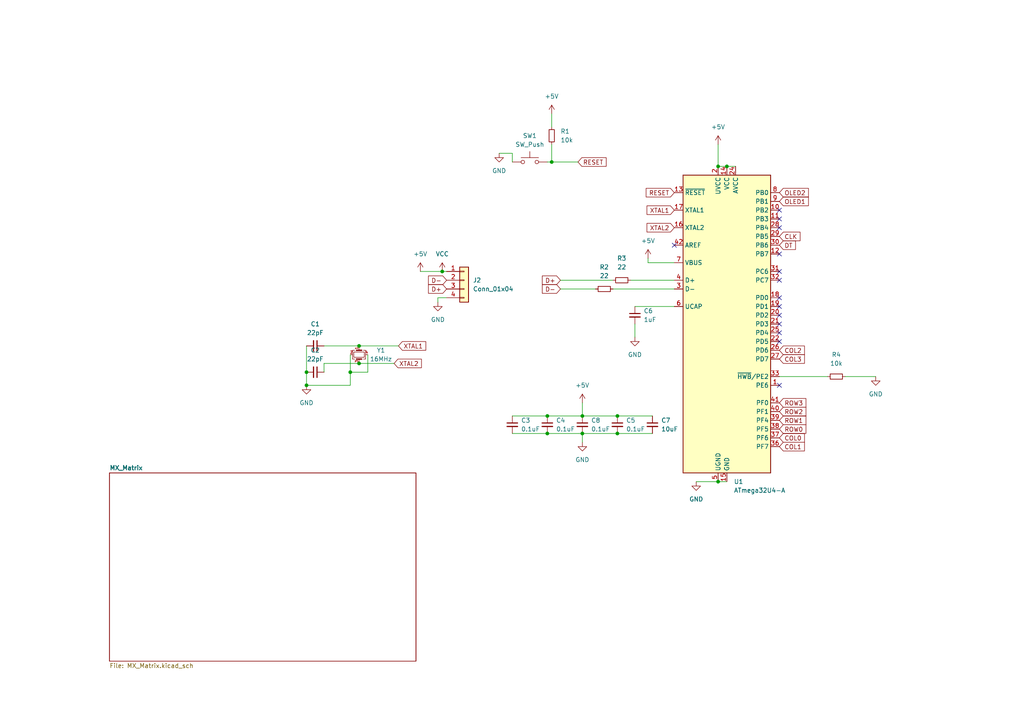
<source format=kicad_sch>
(kicad_sch (version 20211123) (generator eeschema)

  (uuid 1d83c2b6-d38f-43ee-a6b9-8fba5ec2bedb)

  (paper "A4")

  (title_block
    (title "Nug Macro V3")
    (rev "V3")
    (company "MIT License")
  )

  (lib_symbols
    (symbol "Connector_Generic:Conn_01x04" (pin_names (offset 1.016) hide) (in_bom yes) (on_board yes)
      (property "Reference" "J" (id 0) (at 0 5.08 0)
        (effects (font (size 1.27 1.27)))
      )
      (property "Value" "Conn_01x04" (id 1) (at 0 -7.62 0)
        (effects (font (size 1.27 1.27)))
      )
      (property "Footprint" "" (id 2) (at 0 0 0)
        (effects (font (size 1.27 1.27)) hide)
      )
      (property "Datasheet" "~" (id 3) (at 0 0 0)
        (effects (font (size 1.27 1.27)) hide)
      )
      (property "ki_keywords" "connector" (id 4) (at 0 0 0)
        (effects (font (size 1.27 1.27)) hide)
      )
      (property "ki_description" "Generic connector, single row, 01x04, script generated (kicad-library-utils/schlib/autogen/connector/)" (id 5) (at 0 0 0)
        (effects (font (size 1.27 1.27)) hide)
      )
      (property "ki_fp_filters" "Connector*:*_1x??_*" (id 6) (at 0 0 0)
        (effects (font (size 1.27 1.27)) hide)
      )
      (symbol "Conn_01x04_1_1"
        (rectangle (start -1.27 -4.953) (end 0 -5.207)
          (stroke (width 0.1524) (type default) (color 0 0 0 0))
          (fill (type none))
        )
        (rectangle (start -1.27 -2.413) (end 0 -2.667)
          (stroke (width 0.1524) (type default) (color 0 0 0 0))
          (fill (type none))
        )
        (rectangle (start -1.27 0.127) (end 0 -0.127)
          (stroke (width 0.1524) (type default) (color 0 0 0 0))
          (fill (type none))
        )
        (rectangle (start -1.27 2.667) (end 0 2.413)
          (stroke (width 0.1524) (type default) (color 0 0 0 0))
          (fill (type none))
        )
        (rectangle (start -1.27 3.81) (end 1.27 -6.35)
          (stroke (width 0.254) (type default) (color 0 0 0 0))
          (fill (type background))
        )
        (pin passive line (at -5.08 2.54 0) (length 3.81)
          (name "Pin_1" (effects (font (size 1.27 1.27))))
          (number "1" (effects (font (size 1.27 1.27))))
        )
        (pin passive line (at -5.08 0 0) (length 3.81)
          (name "Pin_2" (effects (font (size 1.27 1.27))))
          (number "2" (effects (font (size 1.27 1.27))))
        )
        (pin passive line (at -5.08 -2.54 0) (length 3.81)
          (name "Pin_3" (effects (font (size 1.27 1.27))))
          (number "3" (effects (font (size 1.27 1.27))))
        )
        (pin passive line (at -5.08 -5.08 0) (length 3.81)
          (name "Pin_4" (effects (font (size 1.27 1.27))))
          (number "4" (effects (font (size 1.27 1.27))))
        )
      )
    )
    (symbol "Device:C_Small" (pin_numbers hide) (pin_names (offset 0.254) hide) (in_bom yes) (on_board yes)
      (property "Reference" "C" (id 0) (at 0.254 1.778 0)
        (effects (font (size 1.27 1.27)) (justify left))
      )
      (property "Value" "C_Small" (id 1) (at 0.254 -2.032 0)
        (effects (font (size 1.27 1.27)) (justify left))
      )
      (property "Footprint" "" (id 2) (at 0 0 0)
        (effects (font (size 1.27 1.27)) hide)
      )
      (property "Datasheet" "~" (id 3) (at 0 0 0)
        (effects (font (size 1.27 1.27)) hide)
      )
      (property "ki_keywords" "capacitor cap" (id 4) (at 0 0 0)
        (effects (font (size 1.27 1.27)) hide)
      )
      (property "ki_description" "Unpolarized capacitor, small symbol" (id 5) (at 0 0 0)
        (effects (font (size 1.27 1.27)) hide)
      )
      (property "ki_fp_filters" "C_*" (id 6) (at 0 0 0)
        (effects (font (size 1.27 1.27)) hide)
      )
      (symbol "C_Small_0_1"
        (polyline
          (pts
            (xy -1.524 -0.508)
            (xy 1.524 -0.508)
          )
          (stroke (width 0.3302) (type default) (color 0 0 0 0))
          (fill (type none))
        )
        (polyline
          (pts
            (xy -1.524 0.508)
            (xy 1.524 0.508)
          )
          (stroke (width 0.3048) (type default) (color 0 0 0 0))
          (fill (type none))
        )
      )
      (symbol "C_Small_1_1"
        (pin passive line (at 0 2.54 270) (length 2.032)
          (name "~" (effects (font (size 1.27 1.27))))
          (number "1" (effects (font (size 1.27 1.27))))
        )
        (pin passive line (at 0 -2.54 90) (length 2.032)
          (name "~" (effects (font (size 1.27 1.27))))
          (number "2" (effects (font (size 1.27 1.27))))
        )
      )
    )
    (symbol "Device:Crystal_GND24_Small" (pin_names (offset 1.016) hide) (in_bom yes) (on_board yes)
      (property "Reference" "Y" (id 0) (at 1.27 4.445 0)
        (effects (font (size 1.27 1.27)) (justify left))
      )
      (property "Value" "Crystal_GND24_Small" (id 1) (at 1.27 2.54 0)
        (effects (font (size 1.27 1.27)) (justify left))
      )
      (property "Footprint" "" (id 2) (at 0 0 0)
        (effects (font (size 1.27 1.27)) hide)
      )
      (property "Datasheet" "~" (id 3) (at 0 0 0)
        (effects (font (size 1.27 1.27)) hide)
      )
      (property "ki_keywords" "quartz ceramic resonator oscillator" (id 4) (at 0 0 0)
        (effects (font (size 1.27 1.27)) hide)
      )
      (property "ki_description" "Four pin crystal, GND on pins 2 and 4, small symbol" (id 5) (at 0 0 0)
        (effects (font (size 1.27 1.27)) hide)
      )
      (property "ki_fp_filters" "Crystal*" (id 6) (at 0 0 0)
        (effects (font (size 1.27 1.27)) hide)
      )
      (symbol "Crystal_GND24_Small_0_1"
        (rectangle (start -0.762 -1.524) (end 0.762 1.524)
          (stroke (width 0) (type default) (color 0 0 0 0))
          (fill (type none))
        )
        (polyline
          (pts
            (xy -1.27 -0.762)
            (xy -1.27 0.762)
          )
          (stroke (width 0.381) (type default) (color 0 0 0 0))
          (fill (type none))
        )
        (polyline
          (pts
            (xy 1.27 -0.762)
            (xy 1.27 0.762)
          )
          (stroke (width 0.381) (type default) (color 0 0 0 0))
          (fill (type none))
        )
        (polyline
          (pts
            (xy -1.27 -1.27)
            (xy -1.27 -1.905)
            (xy 1.27 -1.905)
            (xy 1.27 -1.27)
          )
          (stroke (width 0) (type default) (color 0 0 0 0))
          (fill (type none))
        )
        (polyline
          (pts
            (xy -1.27 1.27)
            (xy -1.27 1.905)
            (xy 1.27 1.905)
            (xy 1.27 1.27)
          )
          (stroke (width 0) (type default) (color 0 0 0 0))
          (fill (type none))
        )
      )
      (symbol "Crystal_GND24_Small_1_1"
        (pin passive line (at -2.54 0 0) (length 1.27)
          (name "1" (effects (font (size 1.27 1.27))))
          (number "1" (effects (font (size 0.762 0.762))))
        )
        (pin passive line (at 0 -2.54 90) (length 0.635)
          (name "2" (effects (font (size 1.27 1.27))))
          (number "2" (effects (font (size 0.762 0.762))))
        )
        (pin passive line (at 2.54 0 180) (length 1.27)
          (name "3" (effects (font (size 1.27 1.27))))
          (number "3" (effects (font (size 0.762 0.762))))
        )
        (pin passive line (at 0 2.54 270) (length 0.635)
          (name "4" (effects (font (size 1.27 1.27))))
          (number "4" (effects (font (size 0.762 0.762))))
        )
      )
    )
    (symbol "Device:R_Small" (pin_numbers hide) (pin_names (offset 0.254) hide) (in_bom yes) (on_board yes)
      (property "Reference" "R" (id 0) (at 0.762 0.508 0)
        (effects (font (size 1.27 1.27)) (justify left))
      )
      (property "Value" "R_Small" (id 1) (at 0.762 -1.016 0)
        (effects (font (size 1.27 1.27)) (justify left))
      )
      (property "Footprint" "" (id 2) (at 0 0 0)
        (effects (font (size 1.27 1.27)) hide)
      )
      (property "Datasheet" "~" (id 3) (at 0 0 0)
        (effects (font (size 1.27 1.27)) hide)
      )
      (property "ki_keywords" "R resistor" (id 4) (at 0 0 0)
        (effects (font (size 1.27 1.27)) hide)
      )
      (property "ki_description" "Resistor, small symbol" (id 5) (at 0 0 0)
        (effects (font (size 1.27 1.27)) hide)
      )
      (property "ki_fp_filters" "R_*" (id 6) (at 0 0 0)
        (effects (font (size 1.27 1.27)) hide)
      )
      (symbol "R_Small_0_1"
        (rectangle (start -0.762 1.778) (end 0.762 -1.778)
          (stroke (width 0.2032) (type default) (color 0 0 0 0))
          (fill (type none))
        )
      )
      (symbol "R_Small_1_1"
        (pin passive line (at 0 2.54 270) (length 0.762)
          (name "~" (effects (font (size 1.27 1.27))))
          (number "1" (effects (font (size 1.27 1.27))))
        )
        (pin passive line (at 0 -2.54 90) (length 0.762)
          (name "~" (effects (font (size 1.27 1.27))))
          (number "2" (effects (font (size 1.27 1.27))))
        )
      )
    )
    (symbol "MCU_Microchip_ATmega:ATmega32U4-A" (in_bom yes) (on_board yes)
      (property "Reference" "U" (id 0) (at -12.7 44.45 0)
        (effects (font (size 1.27 1.27)) (justify left bottom))
      )
      (property "Value" "ATmega32U4-A" (id 1) (at 2.54 -44.45 0)
        (effects (font (size 1.27 1.27)) (justify left top))
      )
      (property "Footprint" "Package_QFP:TQFP-44_10x10mm_P0.8mm" (id 2) (at 0 0 0)
        (effects (font (size 1.27 1.27) italic) hide)
      )
      (property "Datasheet" "http://ww1.microchip.com/downloads/en/DeviceDoc/Atmel-7766-8-bit-AVR-ATmega16U4-32U4_Datasheet.pdf" (id 3) (at 0 0 0)
        (effects (font (size 1.27 1.27)) hide)
      )
      (property "ki_keywords" "AVR 8bit Microcontroller MegaAVR USB" (id 4) (at 0 0 0)
        (effects (font (size 1.27 1.27)) hide)
      )
      (property "ki_description" "16MHz, 32kB Flash, 2.5kB SRAM, 1kB EEPROM, USB 2.0, TQFP-44" (id 5) (at 0 0 0)
        (effects (font (size 1.27 1.27)) hide)
      )
      (property "ki_fp_filters" "TQFP*10x10mm*P0.8mm*" (id 6) (at 0 0 0)
        (effects (font (size 1.27 1.27)) hide)
      )
      (symbol "ATmega32U4-A_0_1"
        (rectangle (start -12.7 -43.18) (end 12.7 43.18)
          (stroke (width 0.254) (type default) (color 0 0 0 0))
          (fill (type background))
        )
      )
      (symbol "ATmega32U4-A_1_1"
        (pin bidirectional line (at 15.24 -17.78 180) (length 2.54)
          (name "PE6" (effects (font (size 1.27 1.27))))
          (number "1" (effects (font (size 1.27 1.27))))
        )
        (pin bidirectional line (at 15.24 33.02 180) (length 2.54)
          (name "PB2" (effects (font (size 1.27 1.27))))
          (number "10" (effects (font (size 1.27 1.27))))
        )
        (pin bidirectional line (at 15.24 30.48 180) (length 2.54)
          (name "PB3" (effects (font (size 1.27 1.27))))
          (number "11" (effects (font (size 1.27 1.27))))
        )
        (pin bidirectional line (at 15.24 20.32 180) (length 2.54)
          (name "PB7" (effects (font (size 1.27 1.27))))
          (number "12" (effects (font (size 1.27 1.27))))
        )
        (pin input line (at -15.24 38.1 0) (length 2.54)
          (name "~{RESET}" (effects (font (size 1.27 1.27))))
          (number "13" (effects (font (size 1.27 1.27))))
        )
        (pin power_in line (at 0 45.72 270) (length 2.54)
          (name "VCC" (effects (font (size 1.27 1.27))))
          (number "14" (effects (font (size 1.27 1.27))))
        )
        (pin power_in line (at 0 -45.72 90) (length 2.54)
          (name "GND" (effects (font (size 1.27 1.27))))
          (number "15" (effects (font (size 1.27 1.27))))
        )
        (pin output line (at -15.24 27.94 0) (length 2.54)
          (name "XTAL2" (effects (font (size 1.27 1.27))))
          (number "16" (effects (font (size 1.27 1.27))))
        )
        (pin input line (at -15.24 33.02 0) (length 2.54)
          (name "XTAL1" (effects (font (size 1.27 1.27))))
          (number "17" (effects (font (size 1.27 1.27))))
        )
        (pin bidirectional line (at 15.24 7.62 180) (length 2.54)
          (name "PD0" (effects (font (size 1.27 1.27))))
          (number "18" (effects (font (size 1.27 1.27))))
        )
        (pin bidirectional line (at 15.24 5.08 180) (length 2.54)
          (name "PD1" (effects (font (size 1.27 1.27))))
          (number "19" (effects (font (size 1.27 1.27))))
        )
        (pin power_in line (at -2.54 45.72 270) (length 2.54)
          (name "UVCC" (effects (font (size 1.27 1.27))))
          (number "2" (effects (font (size 1.27 1.27))))
        )
        (pin bidirectional line (at 15.24 2.54 180) (length 2.54)
          (name "PD2" (effects (font (size 1.27 1.27))))
          (number "20" (effects (font (size 1.27 1.27))))
        )
        (pin bidirectional line (at 15.24 0 180) (length 2.54)
          (name "PD3" (effects (font (size 1.27 1.27))))
          (number "21" (effects (font (size 1.27 1.27))))
        )
        (pin bidirectional line (at 15.24 -5.08 180) (length 2.54)
          (name "PD5" (effects (font (size 1.27 1.27))))
          (number "22" (effects (font (size 1.27 1.27))))
        )
        (pin passive line (at 0 -45.72 90) (length 2.54) hide
          (name "GND" (effects (font (size 1.27 1.27))))
          (number "23" (effects (font (size 1.27 1.27))))
        )
        (pin power_in line (at 2.54 45.72 270) (length 2.54)
          (name "AVCC" (effects (font (size 1.27 1.27))))
          (number "24" (effects (font (size 1.27 1.27))))
        )
        (pin bidirectional line (at 15.24 -2.54 180) (length 2.54)
          (name "PD4" (effects (font (size 1.27 1.27))))
          (number "25" (effects (font (size 1.27 1.27))))
        )
        (pin bidirectional line (at 15.24 -7.62 180) (length 2.54)
          (name "PD6" (effects (font (size 1.27 1.27))))
          (number "26" (effects (font (size 1.27 1.27))))
        )
        (pin bidirectional line (at 15.24 -10.16 180) (length 2.54)
          (name "PD7" (effects (font (size 1.27 1.27))))
          (number "27" (effects (font (size 1.27 1.27))))
        )
        (pin bidirectional line (at 15.24 27.94 180) (length 2.54)
          (name "PB4" (effects (font (size 1.27 1.27))))
          (number "28" (effects (font (size 1.27 1.27))))
        )
        (pin bidirectional line (at 15.24 25.4 180) (length 2.54)
          (name "PB5" (effects (font (size 1.27 1.27))))
          (number "29" (effects (font (size 1.27 1.27))))
        )
        (pin bidirectional line (at -15.24 10.16 0) (length 2.54)
          (name "D-" (effects (font (size 1.27 1.27))))
          (number "3" (effects (font (size 1.27 1.27))))
        )
        (pin bidirectional line (at 15.24 22.86 180) (length 2.54)
          (name "PB6" (effects (font (size 1.27 1.27))))
          (number "30" (effects (font (size 1.27 1.27))))
        )
        (pin bidirectional line (at 15.24 15.24 180) (length 2.54)
          (name "PC6" (effects (font (size 1.27 1.27))))
          (number "31" (effects (font (size 1.27 1.27))))
        )
        (pin bidirectional line (at 15.24 12.7 180) (length 2.54)
          (name "PC7" (effects (font (size 1.27 1.27))))
          (number "32" (effects (font (size 1.27 1.27))))
        )
        (pin bidirectional line (at 15.24 -15.24 180) (length 2.54)
          (name "~{HWB}/PE2" (effects (font (size 1.27 1.27))))
          (number "33" (effects (font (size 1.27 1.27))))
        )
        (pin passive line (at 0 45.72 270) (length 2.54) hide
          (name "VCC" (effects (font (size 1.27 1.27))))
          (number "34" (effects (font (size 1.27 1.27))))
        )
        (pin passive line (at 0 -45.72 90) (length 2.54) hide
          (name "GND" (effects (font (size 1.27 1.27))))
          (number "35" (effects (font (size 1.27 1.27))))
        )
        (pin bidirectional line (at 15.24 -35.56 180) (length 2.54)
          (name "PF7" (effects (font (size 1.27 1.27))))
          (number "36" (effects (font (size 1.27 1.27))))
        )
        (pin bidirectional line (at 15.24 -33.02 180) (length 2.54)
          (name "PF6" (effects (font (size 1.27 1.27))))
          (number "37" (effects (font (size 1.27 1.27))))
        )
        (pin bidirectional line (at 15.24 -30.48 180) (length 2.54)
          (name "PF5" (effects (font (size 1.27 1.27))))
          (number "38" (effects (font (size 1.27 1.27))))
        )
        (pin bidirectional line (at 15.24 -27.94 180) (length 2.54)
          (name "PF4" (effects (font (size 1.27 1.27))))
          (number "39" (effects (font (size 1.27 1.27))))
        )
        (pin bidirectional line (at -15.24 12.7 0) (length 2.54)
          (name "D+" (effects (font (size 1.27 1.27))))
          (number "4" (effects (font (size 1.27 1.27))))
        )
        (pin bidirectional line (at 15.24 -25.4 180) (length 2.54)
          (name "PF1" (effects (font (size 1.27 1.27))))
          (number "40" (effects (font (size 1.27 1.27))))
        )
        (pin bidirectional line (at 15.24 -22.86 180) (length 2.54)
          (name "PF0" (effects (font (size 1.27 1.27))))
          (number "41" (effects (font (size 1.27 1.27))))
        )
        (pin passive line (at -15.24 22.86 0) (length 2.54)
          (name "AREF" (effects (font (size 1.27 1.27))))
          (number "42" (effects (font (size 1.27 1.27))))
        )
        (pin passive line (at 0 -45.72 90) (length 2.54) hide
          (name "GND" (effects (font (size 1.27 1.27))))
          (number "43" (effects (font (size 1.27 1.27))))
        )
        (pin passive line (at 2.54 45.72 270) (length 2.54) hide
          (name "AVCC" (effects (font (size 1.27 1.27))))
          (number "44" (effects (font (size 1.27 1.27))))
        )
        (pin passive line (at -2.54 -45.72 90) (length 2.54)
          (name "UGND" (effects (font (size 1.27 1.27))))
          (number "5" (effects (font (size 1.27 1.27))))
        )
        (pin passive line (at -15.24 5.08 0) (length 2.54)
          (name "UCAP" (effects (font (size 1.27 1.27))))
          (number "6" (effects (font (size 1.27 1.27))))
        )
        (pin input line (at -15.24 17.78 0) (length 2.54)
          (name "VBUS" (effects (font (size 1.27 1.27))))
          (number "7" (effects (font (size 1.27 1.27))))
        )
        (pin bidirectional line (at 15.24 38.1 180) (length 2.54)
          (name "PB0" (effects (font (size 1.27 1.27))))
          (number "8" (effects (font (size 1.27 1.27))))
        )
        (pin bidirectional line (at 15.24 35.56 180) (length 2.54)
          (name "PB1" (effects (font (size 1.27 1.27))))
          (number "9" (effects (font (size 1.27 1.27))))
        )
      )
    )
    (symbol "Switch:SW_Push" (pin_numbers hide) (pin_names (offset 1.016) hide) (in_bom yes) (on_board yes)
      (property "Reference" "SW" (id 0) (at 1.27 2.54 0)
        (effects (font (size 1.27 1.27)) (justify left))
      )
      (property "Value" "SW_Push" (id 1) (at 0 -1.524 0)
        (effects (font (size 1.27 1.27)))
      )
      (property "Footprint" "" (id 2) (at 0 5.08 0)
        (effects (font (size 1.27 1.27)) hide)
      )
      (property "Datasheet" "~" (id 3) (at 0 5.08 0)
        (effects (font (size 1.27 1.27)) hide)
      )
      (property "ki_keywords" "switch normally-open pushbutton push-button" (id 4) (at 0 0 0)
        (effects (font (size 1.27 1.27)) hide)
      )
      (property "ki_description" "Push button switch, generic, two pins" (id 5) (at 0 0 0)
        (effects (font (size 1.27 1.27)) hide)
      )
      (symbol "SW_Push_0_1"
        (circle (center -2.032 0) (radius 0.508)
          (stroke (width 0) (type default) (color 0 0 0 0))
          (fill (type none))
        )
        (polyline
          (pts
            (xy 0 1.27)
            (xy 0 3.048)
          )
          (stroke (width 0) (type default) (color 0 0 0 0))
          (fill (type none))
        )
        (polyline
          (pts
            (xy 2.54 1.27)
            (xy -2.54 1.27)
          )
          (stroke (width 0) (type default) (color 0 0 0 0))
          (fill (type none))
        )
        (circle (center 2.032 0) (radius 0.508)
          (stroke (width 0) (type default) (color 0 0 0 0))
          (fill (type none))
        )
        (pin passive line (at -5.08 0 0) (length 2.54)
          (name "1" (effects (font (size 1.27 1.27))))
          (number "1" (effects (font (size 1.27 1.27))))
        )
        (pin passive line (at 5.08 0 180) (length 2.54)
          (name "2" (effects (font (size 1.27 1.27))))
          (number "2" (effects (font (size 1.27 1.27))))
        )
      )
    )
    (symbol "power:+5V" (power) (pin_names (offset 0)) (in_bom yes) (on_board yes)
      (property "Reference" "#PWR" (id 0) (at 0 -3.81 0)
        (effects (font (size 1.27 1.27)) hide)
      )
      (property "Value" "+5V" (id 1) (at 0 3.556 0)
        (effects (font (size 1.27 1.27)))
      )
      (property "Footprint" "" (id 2) (at 0 0 0)
        (effects (font (size 1.27 1.27)) hide)
      )
      (property "Datasheet" "" (id 3) (at 0 0 0)
        (effects (font (size 1.27 1.27)) hide)
      )
      (property "ki_keywords" "global power" (id 4) (at 0 0 0)
        (effects (font (size 1.27 1.27)) hide)
      )
      (property "ki_description" "Power symbol creates a global label with name \"+5V\"" (id 5) (at 0 0 0)
        (effects (font (size 1.27 1.27)) hide)
      )
      (symbol "+5V_0_1"
        (polyline
          (pts
            (xy -0.762 1.27)
            (xy 0 2.54)
          )
          (stroke (width 0) (type default) (color 0 0 0 0))
          (fill (type none))
        )
        (polyline
          (pts
            (xy 0 0)
            (xy 0 2.54)
          )
          (stroke (width 0) (type default) (color 0 0 0 0))
          (fill (type none))
        )
        (polyline
          (pts
            (xy 0 2.54)
            (xy 0.762 1.27)
          )
          (stroke (width 0) (type default) (color 0 0 0 0))
          (fill (type none))
        )
      )
      (symbol "+5V_1_1"
        (pin power_in line (at 0 0 90) (length 0) hide
          (name "+5V" (effects (font (size 1.27 1.27))))
          (number "1" (effects (font (size 1.27 1.27))))
        )
      )
    )
    (symbol "power:GND" (power) (pin_names (offset 0)) (in_bom yes) (on_board yes)
      (property "Reference" "#PWR" (id 0) (at 0 -6.35 0)
        (effects (font (size 1.27 1.27)) hide)
      )
      (property "Value" "GND" (id 1) (at 0 -3.81 0)
        (effects (font (size 1.27 1.27)))
      )
      (property "Footprint" "" (id 2) (at 0 0 0)
        (effects (font (size 1.27 1.27)) hide)
      )
      (property "Datasheet" "" (id 3) (at 0 0 0)
        (effects (font (size 1.27 1.27)) hide)
      )
      (property "ki_keywords" "global power" (id 4) (at 0 0 0)
        (effects (font (size 1.27 1.27)) hide)
      )
      (property "ki_description" "Power symbol creates a global label with name \"GND\" , ground" (id 5) (at 0 0 0)
        (effects (font (size 1.27 1.27)) hide)
      )
      (symbol "GND_0_1"
        (polyline
          (pts
            (xy 0 0)
            (xy 0 -1.27)
            (xy 1.27 -1.27)
            (xy 0 -2.54)
            (xy -1.27 -1.27)
            (xy 0 -1.27)
          )
          (stroke (width 0) (type default) (color 0 0 0 0))
          (fill (type none))
        )
      )
      (symbol "GND_1_1"
        (pin power_in line (at 0 0 270) (length 0) hide
          (name "GND" (effects (font (size 1.27 1.27))))
          (number "1" (effects (font (size 1.27 1.27))))
        )
      )
    )
    (symbol "power:VCC" (power) (pin_names (offset 0)) (in_bom yes) (on_board yes)
      (property "Reference" "#PWR" (id 0) (at 0 -3.81 0)
        (effects (font (size 1.27 1.27)) hide)
      )
      (property "Value" "VCC" (id 1) (at 0 3.81 0)
        (effects (font (size 1.27 1.27)))
      )
      (property "Footprint" "" (id 2) (at 0 0 0)
        (effects (font (size 1.27 1.27)) hide)
      )
      (property "Datasheet" "" (id 3) (at 0 0 0)
        (effects (font (size 1.27 1.27)) hide)
      )
      (property "ki_keywords" "global power" (id 4) (at 0 0 0)
        (effects (font (size 1.27 1.27)) hide)
      )
      (property "ki_description" "Power symbol creates a global label with name \"VCC\"" (id 5) (at 0 0 0)
        (effects (font (size 1.27 1.27)) hide)
      )
      (symbol "VCC_0_1"
        (polyline
          (pts
            (xy -0.762 1.27)
            (xy 0 2.54)
          )
          (stroke (width 0) (type default) (color 0 0 0 0))
          (fill (type none))
        )
        (polyline
          (pts
            (xy 0 0)
            (xy 0 2.54)
          )
          (stroke (width 0) (type default) (color 0 0 0 0))
          (fill (type none))
        )
        (polyline
          (pts
            (xy 0 2.54)
            (xy 0.762 1.27)
          )
          (stroke (width 0) (type default) (color 0 0 0 0))
          (fill (type none))
        )
      )
      (symbol "VCC_1_1"
        (pin power_in line (at 0 0 90) (length 0) hide
          (name "VCC" (effects (font (size 1.27 1.27))))
          (number "1" (effects (font (size 1.27 1.27))))
        )
      )
    )
  )

  (junction (at 88.9 111.76) (diameter 0) (color 0 0 0 0)
    (uuid 00312dbb-dfae-4889-a6ec-af90fc87e115)
  )
  (junction (at 160.02 46.99) (diameter 0) (color 0 0 0 0)
    (uuid 07f97558-7e92-4692-878e-1a5ceda62fb3)
  )
  (junction (at 88.9 107.95) (diameter 0) (color 0 0 0 0)
    (uuid 233d6b14-532f-4d72-8d44-da696abea70e)
  )
  (junction (at 101.6 107.95) (diameter 0) (color 0 0 0 0)
    (uuid 33a88db3-970e-4878-87d2-21e6f9b5046b)
  )
  (junction (at 104.14 100.33) (diameter 0) (color 0 0 0 0)
    (uuid 35c0ead2-4a8c-4249-a2f4-deb86cce5d13)
  )
  (junction (at 158.75 120.65) (diameter 0) (color 0 0 0 0)
    (uuid 4a0240c5-5d42-492a-90d9-a34ddc3b3021)
  )
  (junction (at 179.07 120.65) (diameter 0) (color 0 0 0 0)
    (uuid 61a77fb0-0ed2-40c9-b12d-139e95e95a92)
  )
  (junction (at 158.75 125.73) (diameter 0) (color 0 0 0 0)
    (uuid 67013d4f-f975-4850-9984-519bcccf51ac)
  )
  (junction (at 210.82 48.26) (diameter 0) (color 0 0 0 0)
    (uuid 6970ecec-d956-4d14-acd1-c2323a946a3f)
  )
  (junction (at 104.14 105.41) (diameter 0) (color 0 0 0 0)
    (uuid 6ddf94c7-fc77-4671-85c2-3fac9a8a063b)
  )
  (junction (at 128.27 78.74) (diameter 0) (color 0 0 0 0)
    (uuid 854f448f-3782-41a6-b5db-1ff8cd2f135f)
  )
  (junction (at 208.28 139.7) (diameter 0) (color 0 0 0 0)
    (uuid ac576406-5805-4527-8ad5-36cd09c0110c)
  )
  (junction (at 168.91 125.73) (diameter 0) (color 0 0 0 0)
    (uuid c2cc8848-882a-43fc-af57-29cb1dc0ebb6)
  )
  (junction (at 179.07 125.73) (diameter 0) (color 0 0 0 0)
    (uuid cdea1645-32c1-4b64-ba9d-3d4bbecc70a9)
  )
  (junction (at 208.28 48.26) (diameter 0) (color 0 0 0 0)
    (uuid e3ef24d7-f539-4a91-b41d-f8f1ac22a82c)
  )
  (junction (at 168.91 120.65) (diameter 0) (color 0 0 0 0)
    (uuid ea29c0a2-85c9-4808-9f83-faf4b46ff90d)
  )

  (no_connect (at 195.58 71.12) (uuid 05d5666c-87e2-4b71-8cbc-f7035a1851c5))
  (no_connect (at 226.06 88.9) (uuid 0d7933cf-b9a6-4fb2-b290-24ba86051839))
  (no_connect (at 226.06 86.36) (uuid 10e54fb4-ec7c-41d3-a1e9-9cc17acea877))
  (no_connect (at 226.06 111.76) (uuid 11938bc8-45bc-46fa-9ff0-4fa7d77b5297))
  (no_connect (at 226.06 60.96) (uuid 1fbf1416-8d7c-4e23-8690-061393af716d))
  (no_connect (at 226.06 96.52) (uuid 28c90e42-5878-4355-b06b-684b205421d5))
  (no_connect (at 226.06 81.28) (uuid 34b710b8-c468-4da8-bff7-4fd3914f70eb))
  (no_connect (at 226.06 73.66) (uuid 6f0d0eab-1094-4475-833b-681ac4d1e663))
  (no_connect (at 226.06 93.98) (uuid 93c332b9-c70c-4e28-a89f-1648c786e2db))
  (no_connect (at 226.06 91.44) (uuid a285ec9e-7a91-4be5-a5ca-830ddb3e9d36))
  (no_connect (at 226.06 99.06) (uuid a292c3ab-fc06-456f-958d-b45b409773a0))
  (no_connect (at 226.06 66.04) (uuid c73c8d18-aad4-4fe5-a3b9-dda624db227e))
  (no_connect (at 226.06 63.5) (uuid fc2d48a7-7568-4b43-a30c-33d85d70fa13))
  (no_connect (at 226.06 78.74) (uuid ff1e9f1d-328e-4170-a2d3-58197edf13c6))

  (wire (pts (xy 195.58 76.2) (xy 187.96 76.2))
    (stroke (width 0) (type default) (color 0 0 0 0))
    (uuid 0739ec9c-3191-4537-8c90-b62b5c24677c)
  )
  (wire (pts (xy 104.14 100.33) (xy 115.57 100.33))
    (stroke (width 0) (type default) (color 0 0 0 0))
    (uuid 0e596481-9a8e-45f6-bc24-cc66a96754b8)
  )
  (wire (pts (xy 162.56 81.28) (xy 177.8 81.28))
    (stroke (width 0) (type default) (color 0 0 0 0))
    (uuid 17358945-cd7d-4319-a0cd-c877ffb96edc)
  )
  (wire (pts (xy 201.93 139.7) (xy 208.28 139.7))
    (stroke (width 0) (type default) (color 0 0 0 0))
    (uuid 1931db6f-d756-4563-a373-a7b2fac58766)
  )
  (wire (pts (xy 101.6 111.76) (xy 101.6 107.95))
    (stroke (width 0) (type default) (color 0 0 0 0))
    (uuid 19e72132-2f8f-4a86-bd29-d766baefda59)
  )
  (wire (pts (xy 168.91 125.73) (xy 179.07 125.73))
    (stroke (width 0) (type default) (color 0 0 0 0))
    (uuid 1f6fc216-7edf-4066-aa99-1b22ecfe784f)
  )
  (wire (pts (xy 88.9 107.95) (xy 88.9 111.76))
    (stroke (width 0) (type default) (color 0 0 0 0))
    (uuid 30128bc4-79e4-4aed-80e2-6d143d994adb)
  )
  (wire (pts (xy 160.02 33.02) (xy 160.02 36.83))
    (stroke (width 0) (type default) (color 0 0 0 0))
    (uuid 37458906-a162-4bf8-8dec-a93da9c2dc19)
  )
  (wire (pts (xy 187.96 76.2) (xy 187.96 74.93))
    (stroke (width 0) (type default) (color 0 0 0 0))
    (uuid 3a372e4e-95ef-4ea5-998f-becbc67d66ae)
  )
  (wire (pts (xy 104.14 105.41) (xy 114.3 105.41))
    (stroke (width 0) (type default) (color 0 0 0 0))
    (uuid 4325b71f-a460-4d38-8f63-799109e592a0)
  )
  (wire (pts (xy 121.92 78.74) (xy 128.27 78.74))
    (stroke (width 0) (type default) (color 0 0 0 0))
    (uuid 43e786d6-cd4b-4318-974e-e65d3a884acd)
  )
  (wire (pts (xy 184.15 93.98) (xy 184.15 97.79))
    (stroke (width 0) (type default) (color 0 0 0 0))
    (uuid 4933118f-b936-4610-91b9-6f56b483afff)
  )
  (wire (pts (xy 208.28 139.7) (xy 210.82 139.7))
    (stroke (width 0) (type default) (color 0 0 0 0))
    (uuid 4c7dae09-7541-4c76-8367-f299d02a5607)
  )
  (wire (pts (xy 129.54 86.36) (xy 127 86.36))
    (stroke (width 0) (type default) (color 0 0 0 0))
    (uuid 4eafcb51-b660-4267-8566-08f0fb62a20d)
  )
  (wire (pts (xy 208.28 41.91) (xy 208.28 48.26))
    (stroke (width 0) (type default) (color 0 0 0 0))
    (uuid 54998035-56d8-421e-8cf2-c816df453639)
  )
  (wire (pts (xy 128.27 78.74) (xy 129.54 78.74))
    (stroke (width 0) (type default) (color 0 0 0 0))
    (uuid 58ec166b-1bcd-4030-b931-943236b77090)
  )
  (wire (pts (xy 177.8 83.82) (xy 195.58 83.82))
    (stroke (width 0) (type default) (color 0 0 0 0))
    (uuid 5b9c2173-2530-454c-8586-1844079ee6c2)
  )
  (wire (pts (xy 160.02 46.99) (xy 167.64 46.99))
    (stroke (width 0) (type default) (color 0 0 0 0))
    (uuid 5cb090d6-11dc-4930-b166-ece3253ce2c0)
  )
  (wire (pts (xy 93.98 105.41) (xy 93.98 107.95))
    (stroke (width 0) (type default) (color 0 0 0 0))
    (uuid 620d0cf6-77f2-4861-b367-7abf1d877cd7)
  )
  (wire (pts (xy 148.59 46.99) (xy 148.59 44.45))
    (stroke (width 0) (type default) (color 0 0 0 0))
    (uuid 73956c9a-cfd1-4c43-a86e-ffc23318de0d)
  )
  (wire (pts (xy 210.82 48.26) (xy 213.36 48.26))
    (stroke (width 0) (type default) (color 0 0 0 0))
    (uuid 756f7d23-f0f6-482c-b1db-bb0a927829a6)
  )
  (wire (pts (xy 182.88 81.28) (xy 195.58 81.28))
    (stroke (width 0) (type default) (color 0 0 0 0))
    (uuid 75e699b0-fc26-40cb-963c-a0ba55179468)
  )
  (wire (pts (xy 179.07 125.73) (xy 189.23 125.73))
    (stroke (width 0) (type default) (color 0 0 0 0))
    (uuid 7725395a-a56d-4cdc-ace3-3e94b8f44c15)
  )
  (wire (pts (xy 168.91 120.65) (xy 179.07 120.65))
    (stroke (width 0) (type default) (color 0 0 0 0))
    (uuid 7e062853-5732-48b0-a860-2be3d17f8a8a)
  )
  (wire (pts (xy 168.91 125.73) (xy 168.91 128.27))
    (stroke (width 0) (type default) (color 0 0 0 0))
    (uuid 7fe994c2-aa95-440f-b8d5-4739419df3d3)
  )
  (wire (pts (xy 101.6 107.95) (xy 101.6 102.87))
    (stroke (width 0) (type default) (color 0 0 0 0))
    (uuid 844d0cb3-1ad3-4ffe-bd96-ffa0734b2e92)
  )
  (wire (pts (xy 158.75 120.65) (xy 168.91 120.65))
    (stroke (width 0) (type default) (color 0 0 0 0))
    (uuid 882a1246-27ca-4632-befb-7dde9384f1df)
  )
  (wire (pts (xy 148.59 44.45) (xy 144.78 44.45))
    (stroke (width 0) (type default) (color 0 0 0 0))
    (uuid 8f7aba99-6b67-48db-9059-95a5e99edd6c)
  )
  (wire (pts (xy 226.06 109.22) (xy 240.03 109.22))
    (stroke (width 0) (type default) (color 0 0 0 0))
    (uuid 940e54be-b102-442b-a54a-0522d634394c)
  )
  (wire (pts (xy 184.15 88.9) (xy 195.58 88.9))
    (stroke (width 0) (type default) (color 0 0 0 0))
    (uuid 9420ebbe-c7f4-418d-ae13-33b7b1adee94)
  )
  (wire (pts (xy 88.9 111.76) (xy 101.6 111.76))
    (stroke (width 0) (type default) (color 0 0 0 0))
    (uuid 96930cdc-9ed1-4886-974b-abdc738aabc7)
  )
  (wire (pts (xy 104.14 105.41) (xy 93.98 105.41))
    (stroke (width 0) (type default) (color 0 0 0 0))
    (uuid ac560526-fb64-414f-8bb0-5830fe25aca1)
  )
  (wire (pts (xy 148.59 120.65) (xy 158.75 120.65))
    (stroke (width 0) (type default) (color 0 0 0 0))
    (uuid ae25e3c3-0ea3-4305-b135-eff58572162c)
  )
  (wire (pts (xy 172.72 83.82) (xy 162.56 83.82))
    (stroke (width 0) (type default) (color 0 0 0 0))
    (uuid b6b5082d-6768-4175-b686-5303bc3a2d90)
  )
  (wire (pts (xy 179.07 120.65) (xy 189.23 120.65))
    (stroke (width 0) (type default) (color 0 0 0 0))
    (uuid bd3d0385-6193-41dd-92e8-6995fac2ef51)
  )
  (wire (pts (xy 104.14 100.33) (xy 93.98 100.33))
    (stroke (width 0) (type default) (color 0 0 0 0))
    (uuid c47e154f-8205-4806-84ed-419d90746b7c)
  )
  (wire (pts (xy 106.68 107.95) (xy 101.6 107.95))
    (stroke (width 0) (type default) (color 0 0 0 0))
    (uuid c73b9f8f-c949-45e0-9de7-8ae130d65be8)
  )
  (wire (pts (xy 106.68 102.87) (xy 106.68 107.95))
    (stroke (width 0) (type default) (color 0 0 0 0))
    (uuid c9cf365e-a769-4e75-b9da-58f2763e512f)
  )
  (wire (pts (xy 148.59 125.73) (xy 158.75 125.73))
    (stroke (width 0) (type default) (color 0 0 0 0))
    (uuid d17a51cf-2f85-4007-88b3-21fc87c85cee)
  )
  (wire (pts (xy 158.75 125.73) (xy 168.91 125.73))
    (stroke (width 0) (type default) (color 0 0 0 0))
    (uuid d785cb4a-016f-4f88-bd02-0c452121e65a)
  )
  (wire (pts (xy 168.91 116.84) (xy 168.91 120.65))
    (stroke (width 0) (type default) (color 0 0 0 0))
    (uuid dc2ef341-36f6-4d8e-bac2-3ac59871f70d)
  )
  (wire (pts (xy 160.02 41.91) (xy 160.02 46.99))
    (stroke (width 0) (type default) (color 0 0 0 0))
    (uuid e62f7078-0c58-48ef-9eac-63a45eee1f2c)
  )
  (wire (pts (xy 88.9 100.33) (xy 88.9 107.95))
    (stroke (width 0) (type default) (color 0 0 0 0))
    (uuid e6c5cc66-a358-4b3c-8ae4-e823fc9fd925)
  )
  (wire (pts (xy 158.75 46.99) (xy 160.02 46.99))
    (stroke (width 0) (type default) (color 0 0 0 0))
    (uuid ebbdb24e-c0d8-4fd2-9318-871e46cf80b6)
  )
  (wire (pts (xy 245.11 109.22) (xy 254 109.22))
    (stroke (width 0) (type default) (color 0 0 0 0))
    (uuid ed468a06-df29-43ab-80b3-ce0921d9bd26)
  )
  (wire (pts (xy 127 86.36) (xy 127 87.63))
    (stroke (width 0) (type default) (color 0 0 0 0))
    (uuid edac22aa-4965-4deb-a39a-5776f919c6dd)
  )
  (wire (pts (xy 208.28 48.26) (xy 210.82 48.26))
    (stroke (width 0) (type default) (color 0 0 0 0))
    (uuid f08b2b48-08d5-445d-8a48-6d66d5339bf0)
  )

  (global_label "D-" (shape input) (at 162.56 83.82 180) (fields_autoplaced)
    (effects (font (size 1.27 1.27)) (justify right))
    (uuid 0a99faac-31cd-44cb-bbad-6e3868ecd5e9)
    (property "Intersheet References" "${INTERSHEET_REFS}" (id 0) (at 157.3045 83.7406 0)
      (effects (font (size 1.27 1.27)) (justify right) hide)
    )
  )
  (global_label "ROW3" (shape input) (at 226.06 116.84 0) (fields_autoplaced)
    (effects (font (size 1.27 1.27)) (justify left))
    (uuid 0d2e34a6-6f57-47b7-b1a7-3d6e9c474596)
    (property "Intersheet References" "${INTERSHEET_REFS}" (id 0) (at 233.7345 116.7606 0)
      (effects (font (size 1.27 1.27)) (justify left) hide)
    )
  )
  (global_label "DT" (shape input) (at 226.06 71.12 0) (fields_autoplaced)
    (effects (font (size 1.27 1.27)) (justify left))
    (uuid 1546237a-c136-45be-9cae-58434098a4ac)
    (property "Intersheet References" "${INTERSHEET_REFS}" (id 0) (at 230.7107 71.0406 0)
      (effects (font (size 1.27 1.27)) (justify left) hide)
    )
  )
  (global_label "D+" (shape input) (at 162.56 81.28 180) (fields_autoplaced)
    (effects (font (size 1.27 1.27)) (justify right))
    (uuid 2b6397a0-f9a1-44bf-bf83-9303c86bad7a)
    (property "Intersheet References" "${INTERSHEET_REFS}" (id 0) (at 157.3045 81.2006 0)
      (effects (font (size 1.27 1.27)) (justify right) hide)
    )
  )
  (global_label "ROW0" (shape input) (at 226.06 124.46 0) (fields_autoplaced)
    (effects (font (size 1.27 1.27)) (justify left))
    (uuid 4ba6fc96-f199-410e-818c-0b17aac33412)
    (property "Intersheet References" "${INTERSHEET_REFS}" (id 0) (at 233.7345 124.3806 0)
      (effects (font (size 1.27 1.27)) (justify left) hide)
    )
  )
  (global_label "RESET" (shape input) (at 195.58 55.88 180) (fields_autoplaced)
    (effects (font (size 1.27 1.27)) (justify right))
    (uuid 52b7cf05-979c-493c-9063-71b9dbe735d0)
    (property "Intersheet References" "${INTERSHEET_REFS}" (id 0) (at 187.4217 55.8006 0)
      (effects (font (size 1.27 1.27)) (justify right) hide)
    )
  )
  (global_label "XTAL2" (shape input) (at 114.3 105.41 0) (fields_autoplaced)
    (effects (font (size 1.27 1.27)) (justify left))
    (uuid 63978bd6-99bd-46e5-a35f-529b5107ebe2)
    (property "Intersheet References" "${INTERSHEET_REFS}" (id 0) (at 122.2164 105.3306 0)
      (effects (font (size 1.27 1.27)) (justify left) hide)
    )
  )
  (global_label "COL0" (shape input) (at 226.06 127 0) (fields_autoplaced)
    (effects (font (size 1.27 1.27)) (justify left))
    (uuid 73a4f2f3-31e3-4073-b2db-3e94501539b8)
    (property "Intersheet References" "${INTERSHEET_REFS}" (id 0) (at 233.3112 126.9206 0)
      (effects (font (size 1.27 1.27)) (justify left) hide)
    )
  )
  (global_label "D-" (shape input) (at 129.54 81.28 180) (fields_autoplaced)
    (effects (font (size 1.27 1.27)) (justify right))
    (uuid 846d84df-f71d-47de-a95b-7d38cd1cd9a5)
    (property "Intersheet References" "${INTERSHEET_REFS}" (id 0) (at 124.2845 81.2006 0)
      (effects (font (size 1.27 1.27)) (justify right) hide)
    )
  )
  (global_label "COL2" (shape input) (at 226.06 101.6 0) (fields_autoplaced)
    (effects (font (size 1.27 1.27)) (justify left))
    (uuid 9d046790-0842-4171-aff6-9e07b40a7d5b)
    (property "Intersheet References" "${INTERSHEET_REFS}" (id 0) (at 233.3112 101.5206 0)
      (effects (font (size 1.27 1.27)) (justify left) hide)
    )
  )
  (global_label "COL3" (shape input) (at 226.06 104.14 0) (fields_autoplaced)
    (effects (font (size 1.27 1.27)) (justify left))
    (uuid 9de6bc64-f6da-4452-b52f-c8490332ec5d)
    (property "Intersheet References" "${INTERSHEET_REFS}" (id 0) (at 233.3112 104.0606 0)
      (effects (font (size 1.27 1.27)) (justify left) hide)
    )
  )
  (global_label "OLED2" (shape input) (at 226.06 55.88 0) (fields_autoplaced)
    (effects (font (size 1.27 1.27)) (justify left))
    (uuid acd6a4c3-e804-4f95-bcd3-4ab5d6b836c7)
    (property "Intersheet References" "${INTERSHEET_REFS}" (id 0) (at 234.4602 55.8006 0)
      (effects (font (size 1.27 1.27)) (justify left) hide)
    )
  )
  (global_label "XTAL1" (shape input) (at 115.57 100.33 0) (fields_autoplaced)
    (effects (font (size 1.27 1.27)) (justify left))
    (uuid af4c9a1e-ad44-4ba6-b52e-902aa1a341b5)
    (property "Intersheet References" "${INTERSHEET_REFS}" (id 0) (at 123.4864 100.2506 0)
      (effects (font (size 1.27 1.27)) (justify left) hide)
    )
  )
  (global_label "ROW1" (shape input) (at 226.06 121.92 0) (fields_autoplaced)
    (effects (font (size 1.27 1.27)) (justify left))
    (uuid bcc11188-0fea-4506-9081-24e4ab8e81b8)
    (property "Intersheet References" "${INTERSHEET_REFS}" (id 0) (at 233.7345 121.8406 0)
      (effects (font (size 1.27 1.27)) (justify left) hide)
    )
  )
  (global_label "XTAL1" (shape input) (at 195.58 60.96 180) (fields_autoplaced)
    (effects (font (size 1.27 1.27)) (justify right))
    (uuid cd7088ba-57da-45cc-a1d0-f8861298dca1)
    (property "Intersheet References" "${INTERSHEET_REFS}" (id 0) (at 187.6636 60.8806 0)
      (effects (font (size 1.27 1.27)) (justify right) hide)
    )
  )
  (global_label "COL1" (shape input) (at 226.06 129.54 0) (fields_autoplaced)
    (effects (font (size 1.27 1.27)) (justify left))
    (uuid d5eff391-648d-451f-9519-d792b918a1fe)
    (property "Intersheet References" "${INTERSHEET_REFS}" (id 0) (at 233.3112 129.4606 0)
      (effects (font (size 1.27 1.27)) (justify left) hide)
    )
  )
  (global_label "CLK" (shape input) (at 226.06 68.58 0) (fields_autoplaced)
    (effects (font (size 1.27 1.27)) (justify left))
    (uuid e46106bc-2666-4d11-8445-288b9665c5c0)
    (property "Intersheet References" "${INTERSHEET_REFS}" (id 0) (at 232.0412 68.5006 0)
      (effects (font (size 1.27 1.27)) (justify left) hide)
    )
  )
  (global_label "ROW2" (shape input) (at 226.06 119.38 0) (fields_autoplaced)
    (effects (font (size 1.27 1.27)) (justify left))
    (uuid e66e29f1-eb76-4764-9682-a0b1d8266884)
    (property "Intersheet References" "${INTERSHEET_REFS}" (id 0) (at 233.7345 119.3006 0)
      (effects (font (size 1.27 1.27)) (justify left) hide)
    )
  )
  (global_label "RESET" (shape input) (at 167.64 46.99 0) (fields_autoplaced)
    (effects (font (size 1.27 1.27)) (justify left))
    (uuid ec67f517-5252-4a59-966e-7cedc7b6c96c)
    (property "Intersheet References" "${INTERSHEET_REFS}" (id 0) (at 175.7983 46.9106 0)
      (effects (font (size 1.27 1.27)) (justify left) hide)
    )
  )
  (global_label "XTAL2" (shape input) (at 195.58 66.04 180) (fields_autoplaced)
    (effects (font (size 1.27 1.27)) (justify right))
    (uuid f22962a5-b5a8-4bd5-b223-393b0fc63812)
    (property "Intersheet References" "${INTERSHEET_REFS}" (id 0) (at 187.6636 65.9606 0)
      (effects (font (size 1.27 1.27)) (justify right) hide)
    )
  )
  (global_label "OLED1" (shape input) (at 226.06 58.42 0) (fields_autoplaced)
    (effects (font (size 1.27 1.27)) (justify left))
    (uuid fb0f2269-6b42-4831-8272-6ea23037efed)
    (property "Intersheet References" "${INTERSHEET_REFS}" (id 0) (at 234.4602 58.3406 0)
      (effects (font (size 1.27 1.27)) (justify left) hide)
    )
  )
  (global_label "D+" (shape input) (at 129.54 83.82 180) (fields_autoplaced)
    (effects (font (size 1.27 1.27)) (justify right))
    (uuid fd8ea83a-721a-40b1-83c6-29632980e1a1)
    (property "Intersheet References" "${INTERSHEET_REFS}" (id 0) (at 124.2845 83.7406 0)
      (effects (font (size 1.27 1.27)) (justify right) hide)
    )
  )

  (symbol (lib_id "Connector_Generic:Conn_01x04") (at 134.62 81.28 0) (unit 1)
    (in_bom yes) (on_board yes) (fields_autoplaced)
    (uuid 000c8317-96e0-4563-8e9d-728bb31873d2)
    (property "Reference" "J2" (id 0) (at 137.16 81.2799 0)
      (effects (font (size 1.27 1.27)) (justify left))
    )
    (property "Value" "Conn_01x04" (id 1) (at 137.16 83.8199 0)
      (effects (font (size 1.27 1.27)) (justify left))
    )
    (property "Footprint" "random-keyboard-parts:JST-SR-4" (id 2) (at 134.62 81.28 0)
      (effects (font (size 1.27 1.27)) hide)
    )
    (property "Datasheet" "~" (id 3) (at 134.62 81.28 0)
      (effects (font (size 1.27 1.27)) hide)
    )
    (pin "1" (uuid 88b14414-e971-4f16-84b9-4b49c713f028))
    (pin "2" (uuid bd16e985-d49c-41c0-99de-b0a0606db53a))
    (pin "3" (uuid 1b8110ee-4cf4-46df-9770-7497fea2f7e7))
    (pin "4" (uuid 7ac7b3b7-8674-4bea-8c0a-67350d405197))
  )

  (symbol (lib_id "power:+5V") (at 121.92 78.74 0) (unit 1)
    (in_bom yes) (on_board yes) (fields_autoplaced)
    (uuid 12b4aeb8-f4a3-441c-bc88-137ac5f4df9c)
    (property "Reference" "#PWR0106" (id 0) (at 121.92 82.55 0)
      (effects (font (size 1.27 1.27)) hide)
    )
    (property "Value" "+5V" (id 1) (at 121.92 73.66 0))
    (property "Footprint" "" (id 2) (at 121.92 78.74 0)
      (effects (font (size 1.27 1.27)) hide)
    )
    (property "Datasheet" "" (id 3) (at 121.92 78.74 0)
      (effects (font (size 1.27 1.27)) hide)
    )
    (pin "1" (uuid d2d48f10-238b-4e5e-aea3-9dd8b863c662))
  )

  (symbol (lib_id "power:+5V") (at 208.28 41.91 0) (unit 1)
    (in_bom yes) (on_board yes) (fields_autoplaced)
    (uuid 1cf6b487-2822-4c73-b58e-83b60107c840)
    (property "Reference" "#PWR0113" (id 0) (at 208.28 45.72 0)
      (effects (font (size 1.27 1.27)) hide)
    )
    (property "Value" "+5V" (id 1) (at 208.28 36.83 0))
    (property "Footprint" "" (id 2) (at 208.28 41.91 0)
      (effects (font (size 1.27 1.27)) hide)
    )
    (property "Datasheet" "" (id 3) (at 208.28 41.91 0)
      (effects (font (size 1.27 1.27)) hide)
    )
    (pin "1" (uuid 95ebd70f-bb76-401d-9ad3-d065faaad9be))
  )

  (symbol (lib_id "power:GND") (at 201.93 139.7 0) (unit 1)
    (in_bom yes) (on_board yes) (fields_autoplaced)
    (uuid 309d3fc6-24a2-4977-9449-4317eec833cd)
    (property "Reference" "#PWR0115" (id 0) (at 201.93 146.05 0)
      (effects (font (size 1.27 1.27)) hide)
    )
    (property "Value" "GND" (id 1) (at 201.93 144.78 0))
    (property "Footprint" "" (id 2) (at 201.93 139.7 0)
      (effects (font (size 1.27 1.27)) hide)
    )
    (property "Datasheet" "" (id 3) (at 201.93 139.7 0)
      (effects (font (size 1.27 1.27)) hide)
    )
    (pin "1" (uuid 90042aa7-55e4-4c45-8da1-44e18cfb720a))
  )

  (symbol (lib_id "power:GND") (at 88.9 111.76 0) (unit 1)
    (in_bom yes) (on_board yes) (fields_autoplaced)
    (uuid 374c0e2a-2558-48b0-9f03-dc24c59521a6)
    (property "Reference" "#PWR0110" (id 0) (at 88.9 118.11 0)
      (effects (font (size 1.27 1.27)) hide)
    )
    (property "Value" "GND" (id 1) (at 88.9 116.84 0))
    (property "Footprint" "" (id 2) (at 88.9 111.76 0)
      (effects (font (size 1.27 1.27)) hide)
    )
    (property "Datasheet" "" (id 3) (at 88.9 111.76 0)
      (effects (font (size 1.27 1.27)) hide)
    )
    (pin "1" (uuid c421ae30-873b-4697-a0b5-be13c376e3b9))
  )

  (symbol (lib_id "Device:C_Small") (at 184.15 91.44 0) (unit 1)
    (in_bom yes) (on_board yes) (fields_autoplaced)
    (uuid 3e8e30b6-93cb-4fe6-8df3-574e16f5db21)
    (property "Reference" "C6" (id 0) (at 186.69 90.1762 0)
      (effects (font (size 1.27 1.27)) (justify left))
    )
    (property "Value" "1uF" (id 1) (at 186.69 92.7162 0)
      (effects (font (size 1.27 1.27)) (justify left))
    )
    (property "Footprint" "Capacitor_SMD:C_0805_2012Metric" (id 2) (at 184.15 91.44 0)
      (effects (font (size 1.27 1.27)) hide)
    )
    (property "Datasheet" "~" (id 3) (at 184.15 91.44 0)
      (effects (font (size 1.27 1.27)) hide)
    )
    (pin "1" (uuid ee3c3927-e14c-40bd-baf5-af7792fb5b36))
    (pin "2" (uuid a2ba78c6-cbff-41c0-bd44-0e139e0f575d))
  )

  (symbol (lib_id "Device:R_Small") (at 242.57 109.22 270) (unit 1)
    (in_bom yes) (on_board yes) (fields_autoplaced)
    (uuid 4ca06591-1cd5-439b-bf8b-2a0c92e44b1f)
    (property "Reference" "R4" (id 0) (at 242.57 102.87 90))
    (property "Value" "10k" (id 1) (at 242.57 105.41 90))
    (property "Footprint" "Resistor_SMD:R_0805_2012Metric" (id 2) (at 242.57 109.22 0)
      (effects (font (size 1.27 1.27)) hide)
    )
    (property "Datasheet" "~" (id 3) (at 242.57 109.22 0)
      (effects (font (size 1.27 1.27)) hide)
    )
    (pin "1" (uuid 8f460198-5a57-4424-9171-a223013175c9))
    (pin "2" (uuid 19432558-d054-4015-b91c-38a4a95bcc90))
  )

  (symbol (lib_id "power:+5V") (at 187.96 74.93 0) (unit 1)
    (in_bom yes) (on_board yes) (fields_autoplaced)
    (uuid 50440951-999c-477d-9d68-ce1bffd82d57)
    (property "Reference" "#PWR0112" (id 0) (at 187.96 78.74 0)
      (effects (font (size 1.27 1.27)) hide)
    )
    (property "Value" "+5V" (id 1) (at 187.96 69.85 0))
    (property "Footprint" "" (id 2) (at 187.96 74.93 0)
      (effects (font (size 1.27 1.27)) hide)
    )
    (property "Datasheet" "" (id 3) (at 187.96 74.93 0)
      (effects (font (size 1.27 1.27)) hide)
    )
    (pin "1" (uuid c1524751-0ee2-48e0-b5b4-edcea487c723))
  )

  (symbol (lib_id "power:GND") (at 144.78 44.45 0) (unit 1)
    (in_bom yes) (on_board yes) (fields_autoplaced)
    (uuid 674d6fb6-3186-4412-a48d-fa4dfd2e106f)
    (property "Reference" "#PWR0104" (id 0) (at 144.78 50.8 0)
      (effects (font (size 1.27 1.27)) hide)
    )
    (property "Value" "GND" (id 1) (at 144.78 49.53 0))
    (property "Footprint" "" (id 2) (at 144.78 44.45 0)
      (effects (font (size 1.27 1.27)) hide)
    )
    (property "Datasheet" "" (id 3) (at 144.78 44.45 0)
      (effects (font (size 1.27 1.27)) hide)
    )
    (pin "1" (uuid f7ec3bb0-1196-447c-a332-299670724236))
  )

  (symbol (lib_id "Device:C_Small") (at 189.23 123.19 0) (unit 1)
    (in_bom yes) (on_board yes) (fields_autoplaced)
    (uuid 69be408f-3dbe-41e2-a330-2d46117861c6)
    (property "Reference" "C7" (id 0) (at 191.77 121.9262 0)
      (effects (font (size 1.27 1.27)) (justify left))
    )
    (property "Value" "10uF" (id 1) (at 191.77 124.4662 0)
      (effects (font (size 1.27 1.27)) (justify left))
    )
    (property "Footprint" "Capacitor_SMD:C_0805_2012Metric" (id 2) (at 189.23 123.19 0)
      (effects (font (size 1.27 1.27)) hide)
    )
    (property "Datasheet" "~" (id 3) (at 189.23 123.19 0)
      (effects (font (size 1.27 1.27)) hide)
    )
    (pin "1" (uuid 25725256-8b17-4d2b-90e9-b3ff20d1af97))
    (pin "2" (uuid 69168cb3-2d0c-496f-b6bc-b4dae723ec57))
  )

  (symbol (lib_id "Device:C_Small") (at 91.44 107.95 270) (unit 1)
    (in_bom yes) (on_board yes)
    (uuid 764f6c54-68de-4164-898a-f9219b117499)
    (property "Reference" "C2" (id 0) (at 91.44 101.6 90))
    (property "Value" "22pF" (id 1) (at 91.44 104.14 90))
    (property "Footprint" "Capacitor_SMD:C_0805_2012Metric" (id 2) (at 91.44 107.95 0)
      (effects (font (size 1.27 1.27)) hide)
    )
    (property "Datasheet" "~" (id 3) (at 91.44 107.95 0)
      (effects (font (size 1.27 1.27)) hide)
    )
    (pin "1" (uuid 529f72c9-98b9-454f-ac4c-115006334778))
    (pin "2" (uuid 4b573dc9-af6b-4d66-a23a-9c18df0fdd60))
  )

  (symbol (lib_id "power:GND") (at 184.15 97.79 0) (unit 1)
    (in_bom yes) (on_board yes) (fields_autoplaced)
    (uuid 77aecdcc-0ddf-4874-9753-0d2807e3e304)
    (property "Reference" "#PWR0111" (id 0) (at 184.15 104.14 0)
      (effects (font (size 1.27 1.27)) hide)
    )
    (property "Value" "GND" (id 1) (at 184.15 102.87 0))
    (property "Footprint" "" (id 2) (at 184.15 97.79 0)
      (effects (font (size 1.27 1.27)) hide)
    )
    (property "Datasheet" "" (id 3) (at 184.15 97.79 0)
      (effects (font (size 1.27 1.27)) hide)
    )
    (pin "1" (uuid 8e675f06-85c4-4059-bfb7-11326c2f33e1))
  )

  (symbol (lib_id "power:+5V") (at 168.91 116.84 0) (unit 1)
    (in_bom yes) (on_board yes) (fields_autoplaced)
    (uuid 81b992b2-49e2-45a7-bd56-54929e75b0bd)
    (property "Reference" "#PWR0109" (id 0) (at 168.91 120.65 0)
      (effects (font (size 1.27 1.27)) hide)
    )
    (property "Value" "+5V" (id 1) (at 168.91 111.76 0))
    (property "Footprint" "" (id 2) (at 168.91 116.84 0)
      (effects (font (size 1.27 1.27)) hide)
    )
    (property "Datasheet" "" (id 3) (at 168.91 116.84 0)
      (effects (font (size 1.27 1.27)) hide)
    )
    (pin "1" (uuid 46102425-c901-41e6-91a4-708e01ca4089))
  )

  (symbol (lib_id "Device:C_Small") (at 91.44 100.33 270) (unit 1)
    (in_bom yes) (on_board yes) (fields_autoplaced)
    (uuid 88fe91be-e188-4365-b491-d9dbb4b37200)
    (property "Reference" "C1" (id 0) (at 91.4336 93.98 90))
    (property "Value" "22pF" (id 1) (at 91.4336 96.52 90))
    (property "Footprint" "Capacitor_SMD:C_0805_2012Metric" (id 2) (at 91.44 100.33 0)
      (effects (font (size 1.27 1.27)) hide)
    )
    (property "Datasheet" "~" (id 3) (at 91.44 100.33 0)
      (effects (font (size 1.27 1.27)) hide)
    )
    (pin "1" (uuid 7a069b7c-042b-44cd-bc6c-9ec6592b0162))
    (pin "2" (uuid 37d63317-184b-4039-84c9-39de1dce022f))
  )

  (symbol (lib_id "Switch:SW_Push") (at 153.67 46.99 0) (unit 1)
    (in_bom yes) (on_board yes) (fields_autoplaced)
    (uuid a573fc8f-1b31-460e-bddf-15f8e483f9e1)
    (property "Reference" "SW1" (id 0) (at 153.67 39.37 0))
    (property "Value" "SW_Push" (id 1) (at 153.67 41.91 0))
    (property "Footprint" "random-keyboard-parts:SKQG-1155865" (id 2) (at 153.67 41.91 0)
      (effects (font (size 1.27 1.27)) hide)
    )
    (property "Datasheet" "~" (id 3) (at 153.67 41.91 0)
      (effects (font (size 1.27 1.27)) hide)
    )
    (pin "1" (uuid 4e2ce5d5-c9f2-4507-82a8-6800fa1c5032))
    (pin "2" (uuid 38e79ed8-d9c8-4e6c-8afe-061ec82f6b2a))
  )

  (symbol (lib_id "Device:C_Small") (at 168.91 123.19 0) (unit 1)
    (in_bom yes) (on_board yes) (fields_autoplaced)
    (uuid a6f6c546-e503-4481-ab5f-c1e37710ad93)
    (property "Reference" "C8" (id 0) (at 171.45 121.9262 0)
      (effects (font (size 1.27 1.27)) (justify left))
    )
    (property "Value" "0.1uF" (id 1) (at 171.45 124.4662 0)
      (effects (font (size 1.27 1.27)) (justify left))
    )
    (property "Footprint" "Capacitor_SMD:C_0805_2012Metric" (id 2) (at 168.91 123.19 0)
      (effects (font (size 1.27 1.27)) hide)
    )
    (property "Datasheet" "~" (id 3) (at 168.91 123.19 0)
      (effects (font (size 1.27 1.27)) hide)
    )
    (pin "1" (uuid 41059cf9-8d10-43d5-8ec9-f9e3a5481432))
    (pin "2" (uuid 5ae07e75-d220-4425-b892-11a703e9e049))
  )

  (symbol (lib_id "Device:R_Small") (at 160.02 39.37 0) (unit 1)
    (in_bom yes) (on_board yes) (fields_autoplaced)
    (uuid b006b8ac-9a5f-47f9-9de2-1486a1b26a4d)
    (property "Reference" "R1" (id 0) (at 162.56 38.0999 0)
      (effects (font (size 1.27 1.27)) (justify left))
    )
    (property "Value" "10k" (id 1) (at 162.56 40.6399 0)
      (effects (font (size 1.27 1.27)) (justify left))
    )
    (property "Footprint" "Resistor_SMD:R_0805_2012Metric" (id 2) (at 160.02 39.37 0)
      (effects (font (size 1.27 1.27)) hide)
    )
    (property "Datasheet" "~" (id 3) (at 160.02 39.37 0)
      (effects (font (size 1.27 1.27)) hide)
    )
    (pin "1" (uuid d0c9ccd2-fd6f-49eb-9f5e-206d53ed04f2))
    (pin "2" (uuid f0854556-6a37-4f52-b908-1267f983d325))
  )

  (symbol (lib_id "Device:C_Small") (at 179.07 123.19 0) (unit 1)
    (in_bom yes) (on_board yes) (fields_autoplaced)
    (uuid b6a55782-e73c-4734-bb71-991d648dffd5)
    (property "Reference" "C5" (id 0) (at 181.61 121.9262 0)
      (effects (font (size 1.27 1.27)) (justify left))
    )
    (property "Value" "0.1uF" (id 1) (at 181.61 124.4662 0)
      (effects (font (size 1.27 1.27)) (justify left))
    )
    (property "Footprint" "Capacitor_SMD:C_0805_2012Metric" (id 2) (at 179.07 123.19 0)
      (effects (font (size 1.27 1.27)) hide)
    )
    (property "Datasheet" "~" (id 3) (at 179.07 123.19 0)
      (effects (font (size 1.27 1.27)) hide)
    )
    (pin "1" (uuid 4c649216-51bb-4e47-b9cc-929069f07a8f))
    (pin "2" (uuid b3acf972-99b9-47bf-be40-ba281b7dc663))
  )

  (symbol (lib_id "power:GND") (at 127 87.63 0) (unit 1)
    (in_bom yes) (on_board yes) (fields_autoplaced)
    (uuid bf320355-5cb0-4a34-8073-2bb595ea7753)
    (property "Reference" "#PWR0107" (id 0) (at 127 93.98 0)
      (effects (font (size 1.27 1.27)) hide)
    )
    (property "Value" "GND" (id 1) (at 127 92.71 0))
    (property "Footprint" "" (id 2) (at 127 87.63 0)
      (effects (font (size 1.27 1.27)) hide)
    )
    (property "Datasheet" "" (id 3) (at 127 87.63 0)
      (effects (font (size 1.27 1.27)) hide)
    )
    (pin "1" (uuid c40023af-1cf0-465c-a17d-68415d437c60))
  )

  (symbol (lib_id "power:GND") (at 254 109.22 0) (unit 1)
    (in_bom yes) (on_board yes) (fields_autoplaced)
    (uuid c4366b0d-066d-4195-8f2b-93d31c82092c)
    (property "Reference" "#PWR0114" (id 0) (at 254 115.57 0)
      (effects (font (size 1.27 1.27)) hide)
    )
    (property "Value" "GND" (id 1) (at 254 114.3 0))
    (property "Footprint" "" (id 2) (at 254 109.22 0)
      (effects (font (size 1.27 1.27)) hide)
    )
    (property "Datasheet" "" (id 3) (at 254 109.22 0)
      (effects (font (size 1.27 1.27)) hide)
    )
    (pin "1" (uuid c006fe94-a64b-4842-9283-8dc7d16c0a36))
  )

  (symbol (lib_id "Device:R_Small") (at 175.26 83.82 270) (unit 1)
    (in_bom yes) (on_board yes) (fields_autoplaced)
    (uuid cc7bf79d-c2b1-41e1-8bd5-f5b360c70387)
    (property "Reference" "R2" (id 0) (at 175.26 77.47 90))
    (property "Value" "22" (id 1) (at 175.26 80.01 90))
    (property "Footprint" "Resistor_SMD:R_0805_2012Metric" (id 2) (at 175.26 83.82 0)
      (effects (font (size 1.27 1.27)) hide)
    )
    (property "Datasheet" "~" (id 3) (at 175.26 83.82 0)
      (effects (font (size 1.27 1.27)) hide)
    )
    (pin "1" (uuid 5e117031-872e-4fed-b6c2-1038bf0802a0))
    (pin "2" (uuid 6799b956-8b83-42e1-8838-0e8e9ac0f51e))
  )

  (symbol (lib_id "Device:Crystal_GND24_Small") (at 104.14 102.87 270) (unit 1)
    (in_bom yes) (on_board yes)
    (uuid cd6c2c8e-b97d-40dd-8378-79855c00e50d)
    (property "Reference" "Y1" (id 0) (at 110.49 101.6 90))
    (property "Value" "16MHz" (id 1) (at 110.49 104.14 90))
    (property "Footprint" "Crystal:Crystal_SMD_3225-4Pin_3.2x2.5mm" (id 2) (at 104.14 102.87 0)
      (effects (font (size 1.27 1.27)) hide)
    )
    (property "Datasheet" "~" (id 3) (at 104.14 102.87 0)
      (effects (font (size 1.27 1.27)) hide)
    )
    (pin "1" (uuid 28fd23de-1b33-4733-ad0f-3d17f129f786))
    (pin "2" (uuid 488e4a4f-633c-4e81-977e-38d91e69c4ac))
    (pin "3" (uuid f7ca8ac8-fce6-4d16-81a1-039bbfff394d))
    (pin "4" (uuid f1cb3f6d-da12-4c83-84f9-e8c99f9158a1))
  )

  (symbol (lib_id "Device:R_Small") (at 180.34 81.28 270) (unit 1)
    (in_bom yes) (on_board yes) (fields_autoplaced)
    (uuid cf7c76cc-f2d3-4702-9419-1efee64a8060)
    (property "Reference" "R3" (id 0) (at 180.34 74.93 90))
    (property "Value" "22" (id 1) (at 180.34 77.47 90))
    (property "Footprint" "Resistor_SMD:R_0805_2012Metric" (id 2) (at 180.34 81.28 0)
      (effects (font (size 1.27 1.27)) hide)
    )
    (property "Datasheet" "~" (id 3) (at 180.34 81.28 0)
      (effects (font (size 1.27 1.27)) hide)
    )
    (pin "1" (uuid 4cb76ce0-e413-40df-a6bc-c80b646464d6))
    (pin "2" (uuid e7da34a5-2311-4889-a736-c06235ef0948))
  )

  (symbol (lib_id "power:GND") (at 168.91 128.27 0) (unit 1)
    (in_bom yes) (on_board yes) (fields_autoplaced)
    (uuid d220824d-a799-468b-8989-d0d8186ab190)
    (property "Reference" "#PWR0108" (id 0) (at 168.91 134.62 0)
      (effects (font (size 1.27 1.27)) hide)
    )
    (property "Value" "GND" (id 1) (at 168.91 133.35 0))
    (property "Footprint" "" (id 2) (at 168.91 128.27 0)
      (effects (font (size 1.27 1.27)) hide)
    )
    (property "Datasheet" "" (id 3) (at 168.91 128.27 0)
      (effects (font (size 1.27 1.27)) hide)
    )
    (pin "1" (uuid c6ecc1fe-fc81-445f-b6d6-68043d6a0aaa))
  )

  (symbol (lib_id "Device:C_Small") (at 148.59 123.19 0) (unit 1)
    (in_bom yes) (on_board yes) (fields_autoplaced)
    (uuid d9cf33a5-95c0-40ac-8617-af42f2a7d75c)
    (property "Reference" "C3" (id 0) (at 151.13 121.9262 0)
      (effects (font (size 1.27 1.27)) (justify left))
    )
    (property "Value" "0.1uF" (id 1) (at 151.13 124.4662 0)
      (effects (font (size 1.27 1.27)) (justify left))
    )
    (property "Footprint" "Capacitor_SMD:C_0805_2012Metric" (id 2) (at 148.59 123.19 0)
      (effects (font (size 1.27 1.27)) hide)
    )
    (property "Datasheet" "~" (id 3) (at 148.59 123.19 0)
      (effects (font (size 1.27 1.27)) hide)
    )
    (pin "1" (uuid 86fc329c-74a2-41cf-b9ce-1a834c73e764))
    (pin "2" (uuid 912462b7-2654-4386-a4f4-0aa970d120d2))
  )

  (symbol (lib_id "power:VCC") (at 128.27 78.74 0) (unit 1)
    (in_bom yes) (on_board yes) (fields_autoplaced)
    (uuid dc2af093-b965-470f-9377-84888b33cba3)
    (property "Reference" "#PWR0105" (id 0) (at 128.27 82.55 0)
      (effects (font (size 1.27 1.27)) hide)
    )
    (property "Value" "VCC" (id 1) (at 128.27 73.66 0))
    (property "Footprint" "" (id 2) (at 128.27 78.74 0)
      (effects (font (size 1.27 1.27)) hide)
    )
    (property "Datasheet" "" (id 3) (at 128.27 78.74 0)
      (effects (font (size 1.27 1.27)) hide)
    )
    (pin "1" (uuid f8f2e0e4-0a18-48ad-a4d5-8478bd563090))
  )

  (symbol (lib_id "MCU_Microchip_ATmega:ATmega32U4-A") (at 210.82 93.98 0) (unit 1)
    (in_bom yes) (on_board yes) (fields_autoplaced)
    (uuid eb987be5-3aa1-4adf-99ab-e988e7ab5ddc)
    (property "Reference" "U1" (id 0) (at 212.8394 139.7 0)
      (effects (font (size 1.27 1.27)) (justify left))
    )
    (property "Value" "ATmega32U4-A" (id 1) (at 212.8394 142.24 0)
      (effects (font (size 1.27 1.27)) (justify left))
    )
    (property "Footprint" "Package_QFP:TQFP-44_10x10mm_P0.8mm" (id 2) (at 210.82 93.98 0)
      (effects (font (size 1.27 1.27) italic) hide)
    )
    (property "Datasheet" "http://ww1.microchip.com/downloads/en/DeviceDoc/Atmel-7766-8-bit-AVR-ATmega16U4-32U4_Datasheet.pdf" (id 3) (at 210.82 93.98 0)
      (effects (font (size 1.27 1.27)) hide)
    )
    (pin "1" (uuid 961998ff-1ae1-47cc-a22d-5c3b9db37fcb))
    (pin "10" (uuid ed337d40-889d-4311-88a5-233d45168448))
    (pin "11" (uuid fea0bba6-1566-4178-99ca-52185295077b))
    (pin "12" (uuid 48f52484-09e5-4c73-a5fe-c5929ebd3a3b))
    (pin "13" (uuid f74a481f-b9d3-4af7-a986-1723b29c80e0))
    (pin "14" (uuid c36a5509-c5ee-44ce-921c-3b0eb77ff3b5))
    (pin "15" (uuid f7302374-a89f-4d1c-a72c-c6e5444fdaa9))
    (pin "16" (uuid 75ff1ba4-e311-491d-967a-5bd1a86f37c8))
    (pin "17" (uuid a564a861-0e16-42a3-a748-55009f08a966))
    (pin "18" (uuid b0f0aa84-b01e-4182-8bd0-ed44c446918a))
    (pin "19" (uuid 53190142-005a-4e47-ab86-736fa4aa5de7))
    (pin "2" (uuid 20db2516-6c98-42c7-a455-aad1c376b408))
    (pin "20" (uuid 2ac55293-35a7-4896-9609-823dfcb9cc95))
    (pin "21" (uuid 052151b1-6506-427e-ba3d-e1734767fdbf))
    (pin "22" (uuid a981624e-e474-452f-82c6-bdc27b622f70))
    (pin "23" (uuid 3c82aa3f-031a-4cd7-8e10-4a4ffd00cd0e))
    (pin "24" (uuid a3d0df2c-976d-440a-af52-1a752c202e4b))
    (pin "25" (uuid 3ad50ce0-1092-4045-b438-92c06c288b52))
    (pin "26" (uuid d76343b1-cfc0-43bf-a80b-31f5b78c8969))
    (pin "27" (uuid 0b2d1d83-8539-4ed6-80df-b2a8a28fdaa7))
    (pin "28" (uuid d1771856-54d7-4b2c-80ba-132ccedcb06e))
    (pin "29" (uuid ce8352d6-2cda-41aa-91ac-13dfac439d69))
    (pin "3" (uuid 2e00ba84-7766-4ece-8664-fecb89b872bb))
    (pin "30" (uuid cef095d4-35ca-4a94-b19d-da98735299bf))
    (pin "31" (uuid 164539a8-bdd6-454e-8bfe-bed4423989cb))
    (pin "32" (uuid ed6a5616-5cef-4d97-a7c1-c2140720c2b8))
    (pin "33" (uuid 0cd4adea-016b-4f2e-89f5-65f7d6b45498))
    (pin "34" (uuid bb02cce8-2845-40f2-ac30-a5b891b946aa))
    (pin "35" (uuid 36612f98-00e1-40e9-a376-19d7cd8337fc))
    (pin "36" (uuid 4257ac54-3f20-4951-aaab-fd8cb55bfb10))
    (pin "37" (uuid 8fb23d1d-c873-4dcd-ad60-60a130e13657))
    (pin "38" (uuid ad4bcefe-5d0f-4b09-b87a-26ea66273f69))
    (pin "39" (uuid fb1fb960-ca19-4054-81e4-16b04f88d1e8))
    (pin "4" (uuid 78d10bd3-8dd0-4635-ae0a-010614c8829f))
    (pin "40" (uuid 360d3af7-ce60-42ce-b90f-fcfa30a751c5))
    (pin "41" (uuid 7a0d1fd5-3921-455e-af74-469bbdffb317))
    (pin "42" (uuid 37583c9e-8a25-4d90-b61c-4382b2dc5f05))
    (pin "43" (uuid 5066a622-9afd-4214-a193-ede9f1b975b6))
    (pin "44" (uuid 6a485d14-086b-4a1b-a0d9-d9ee44381b3d))
    (pin "5" (uuid b378807f-d686-41a7-ac3d-1b149517ad99))
    (pin "6" (uuid d03fbebb-50ec-405f-8b48-b9969b6ecda4))
    (pin "7" (uuid 6602072c-38fe-4b0b-8dbf-bc64bca0095b))
    (pin "8" (uuid 3f590b61-aaa8-459b-88d4-9ffc65242967))
    (pin "9" (uuid 1128bee8-8ac1-4d86-9b4e-cee6076f19c8))
  )

  (symbol (lib_id "Device:C_Small") (at 158.75 123.19 0) (unit 1)
    (in_bom yes) (on_board yes) (fields_autoplaced)
    (uuid f32a0dae-b69d-4a83-9bb5-494b41060fff)
    (property "Reference" "C4" (id 0) (at 161.29 121.9262 0)
      (effects (font (size 1.27 1.27)) (justify left))
    )
    (property "Value" "0.1uF" (id 1) (at 161.29 124.4662 0)
      (effects (font (size 1.27 1.27)) (justify left))
    )
    (property "Footprint" "Capacitor_SMD:C_0805_2012Metric" (id 2) (at 158.75 123.19 0)
      (effects (font (size 1.27 1.27)) hide)
    )
    (property "Datasheet" "~" (id 3) (at 158.75 123.19 0)
      (effects (font (size 1.27 1.27)) hide)
    )
    (pin "1" (uuid 2180dac8-61e2-4645-87ca-f86770b474d7))
    (pin "2" (uuid ebdb0d68-b102-4010-a51c-0a00cf47a82f))
  )

  (symbol (lib_id "power:+5V") (at 160.02 33.02 0) (unit 1)
    (in_bom yes) (on_board yes) (fields_autoplaced)
    (uuid f6c50297-e7e3-4156-8463-966e3492b299)
    (property "Reference" "#PWR0103" (id 0) (at 160.02 36.83 0)
      (effects (font (size 1.27 1.27)) hide)
    )
    (property "Value" "+5V" (id 1) (at 160.02 27.94 0))
    (property "Footprint" "" (id 2) (at 160.02 33.02 0)
      (effects (font (size 1.27 1.27)) hide)
    )
    (property "Datasheet" "" (id 3) (at 160.02 33.02 0)
      (effects (font (size 1.27 1.27)) hide)
    )
    (pin "1" (uuid 596c3c93-c134-499d-89dc-9b67ebdc60be))
  )

  (sheet (at 31.75 137.16) (size 88.9 54.61) (fields_autoplaced)
    (stroke (width 0.1524) (type solid) (color 0 0 0 0))
    (fill (color 0 0 0 0.0000))
    (uuid 33fe6b1d-a55f-45e9-9c81-27fd5e4cace5)
    (property "Sheet name" "MX_Matrix" (id 0) (at 31.75 136.4484 0)
      (effects (font (size 1.27 1.27) bold) (justify left bottom))
    )
    (property "Sheet file" "MX_Matrix.kicad_sch" (id 1) (at 31.75 192.3546 0)
      (effects (font (size 1.27 1.27)) (justify left top))
    )
  )

  (sheet_instances
    (path "/" (page "1"))
    (path "/33fe6b1d-a55f-45e9-9c81-27fd5e4cace5" (page "2"))
  )

  (symbol_instances
    (path "/f6c50297-e7e3-4156-8463-966e3492b299"
      (reference "#PWR0103") (unit 1) (value "+5V") (footprint "")
    )
    (path "/674d6fb6-3186-4412-a48d-fa4dfd2e106f"
      (reference "#PWR0104") (unit 1) (value "GND") (footprint "")
    )
    (path "/dc2af093-b965-470f-9377-84888b33cba3"
      (reference "#PWR0105") (unit 1) (value "VCC") (footprint "")
    )
    (path "/12b4aeb8-f4a3-441c-bc88-137ac5f4df9c"
      (reference "#PWR0106") (unit 1) (value "+5V") (footprint "")
    )
    (path "/bf320355-5cb0-4a34-8073-2bb595ea7753"
      (reference "#PWR0107") (unit 1) (value "GND") (footprint "")
    )
    (path "/d220824d-a799-468b-8989-d0d8186ab190"
      (reference "#PWR0108") (unit 1) (value "GND") (footprint "")
    )
    (path "/81b992b2-49e2-45a7-bd56-54929e75b0bd"
      (reference "#PWR0109") (unit 1) (value "+5V") (footprint "")
    )
    (path "/374c0e2a-2558-48b0-9f03-dc24c59521a6"
      (reference "#PWR0110") (unit 1) (value "GND") (footprint "")
    )
    (path "/77aecdcc-0ddf-4874-9753-0d2807e3e304"
      (reference "#PWR0111") (unit 1) (value "GND") (footprint "")
    )
    (path "/50440951-999c-477d-9d68-ce1bffd82d57"
      (reference "#PWR0112") (unit 1) (value "+5V") (footprint "")
    )
    (path "/1cf6b487-2822-4c73-b58e-83b60107c840"
      (reference "#PWR0113") (unit 1) (value "+5V") (footprint "")
    )
    (path "/c4366b0d-066d-4195-8f2b-93d31c82092c"
      (reference "#PWR0114") (unit 1) (value "GND") (footprint "")
    )
    (path "/309d3fc6-24a2-4977-9449-4317eec833cd"
      (reference "#PWR0115") (unit 1) (value "GND") (footprint "")
    )
    (path "/33fe6b1d-a55f-45e9-9c81-27fd5e4cace5/65a8e2bd-bc70-4c54-957a-8b56f5954f36"
      (reference "#PWR0116") (unit 1) (value "VCC") (footprint "")
    )
    (path "/33fe6b1d-a55f-45e9-9c81-27fd5e4cace5/25fea5f4-2870-4a23-8074-22bbc9245ea4"
      (reference "#PWR0117") (unit 1) (value "+5V") (footprint "")
    )
    (path "/33fe6b1d-a55f-45e9-9c81-27fd5e4cace5/4667430b-75ed-4f42-af10-0805cafb603d"
      (reference "#PWR0118") (unit 1) (value "GND") (footprint "")
    )
    (path "/33fe6b1d-a55f-45e9-9c81-27fd5e4cace5/e388f680-1e03-4001-97c3-087fff6d0f9a"
      (reference "#PWR0119") (unit 1) (value "GND") (footprint "")
    )
    (path "/88fe91be-e188-4365-b491-d9dbb4b37200"
      (reference "C1") (unit 1) (value "22pF") (footprint "Capacitor_SMD:C_0805_2012Metric")
    )
    (path "/764f6c54-68de-4164-898a-f9219b117499"
      (reference "C2") (unit 1) (value "22pF") (footprint "Capacitor_SMD:C_0805_2012Metric")
    )
    (path "/d9cf33a5-95c0-40ac-8617-af42f2a7d75c"
      (reference "C3") (unit 1) (value "0.1uF") (footprint "Capacitor_SMD:C_0805_2012Metric")
    )
    (path "/f32a0dae-b69d-4a83-9bb5-494b41060fff"
      (reference "C4") (unit 1) (value "0.1uF") (footprint "Capacitor_SMD:C_0805_2012Metric")
    )
    (path "/b6a55782-e73c-4734-bb71-991d648dffd5"
      (reference "C5") (unit 1) (value "0.1uF") (footprint "Capacitor_SMD:C_0805_2012Metric")
    )
    (path "/3e8e30b6-93cb-4fe6-8df3-574e16f5db21"
      (reference "C6") (unit 1) (value "1uF") (footprint "Capacitor_SMD:C_0805_2012Metric")
    )
    (path "/69be408f-3dbe-41e2-a330-2d46117861c6"
      (reference "C7") (unit 1) (value "10uF") (footprint "Capacitor_SMD:C_0805_2012Metric")
    )
    (path "/a6f6c546-e503-4481-ab5f-c1e37710ad93"
      (reference "C8") (unit 1) (value "0.1uF") (footprint "Capacitor_SMD:C_0805_2012Metric")
    )
    (path "/33fe6b1d-a55f-45e9-9c81-27fd5e4cace5/5a61f5a1-905a-46eb-8997-5e504b2efcaa"
      (reference "D1") (unit 1) (value "D_Small") (footprint "Diode_SMD:D_SOD-123")
    )
    (path "/33fe6b1d-a55f-45e9-9c81-27fd5e4cace5/59ad6e03-d9f8-4f22-a095-32f25eba1474"
      (reference "D2") (unit 1) (value "D_Small") (footprint "Diode_SMD:D_SOD-123")
    )
    (path "/33fe6b1d-a55f-45e9-9c81-27fd5e4cace5/947ea945-8e4a-4619-aad4-a22ebe9dd767"
      (reference "D3") (unit 1) (value "D_Small") (footprint "Diode_SMD:D_SOD-123")
    )
    (path "/33fe6b1d-a55f-45e9-9c81-27fd5e4cace5/6cfbd7e4-bcdb-4296-94e8-be1c3436ff74"
      (reference "D4") (unit 1) (value "D_Small") (footprint "Diode_SMD:D_SOD-123")
    )
    (path "/33fe6b1d-a55f-45e9-9c81-27fd5e4cace5/fdf039d7-3ea7-4619-8a8c-9dfc0e958ded"
      (reference "D5") (unit 1) (value "D_Small") (footprint "Diode_SMD:D_SOD-123")
    )
    (path "/33fe6b1d-a55f-45e9-9c81-27fd5e4cace5/481c21b9-e80f-4729-9dea-2e76899d73df"
      (reference "D6") (unit 1) (value "D_Small") (footprint "Diode_SMD:D_SOD-123")
    )
    (path "/33fe6b1d-a55f-45e9-9c81-27fd5e4cace5/a24f4c74-3249-4ae9-83e6-5f453da3dd60"
      (reference "D7") (unit 1) (value "D_Small") (footprint "Diode_SMD:D_SOD-123")
    )
    (path "/33fe6b1d-a55f-45e9-9c81-27fd5e4cace5/476218e1-ed26-4728-a036-a038631b528b"
      (reference "D8") (unit 1) (value "D_Small") (footprint "Diode_SMD:D_SOD-123")
    )
    (path "/33fe6b1d-a55f-45e9-9c81-27fd5e4cace5/4b8885a2-660e-46f0-b219-613ace276a1d"
      (reference "D9") (unit 1) (value "D_Small") (footprint "Diode_SMD:D_SOD-123")
    )
    (path "/33fe6b1d-a55f-45e9-9c81-27fd5e4cace5/df082fe4-1f4c-4b46-9b73-980c19c04888"
      (reference "D10") (unit 1) (value "D_Small") (footprint "Diode_SMD:D_SOD-123")
    )
    (path "/33fe6b1d-a55f-45e9-9c81-27fd5e4cace5/1331d595-1d90-4299-ad1d-a0909ee78a13"
      (reference "D11") (unit 1) (value "D_Small") (footprint "Diode_SMD:D_SOD-123")
    )
    (path "/33fe6b1d-a55f-45e9-9c81-27fd5e4cace5/d2310cf0-9fe8-4a2f-b289-29f71d05cbc1"
      (reference "D12") (unit 1) (value "D_Small") (footprint "Diode_SMD:D_SOD-123")
    )
    (path "/33fe6b1d-a55f-45e9-9c81-27fd5e4cace5/65b71699-b726-42f0-846c-fab1d8beeede"
      (reference "D13") (unit 1) (value "D_Small") (footprint "Diode_SMD:D_SOD-123")
    )
    (path "/33fe6b1d-a55f-45e9-9c81-27fd5e4cace5/a91b5340-ec25-42e9-94b9-cb1088d5ec36"
      (reference "D14") (unit 1) (value "D_Small") (footprint "Diode_SMD:D_SOD-123")
    )
    (path "/33fe6b1d-a55f-45e9-9c81-27fd5e4cace5/50eb603f-246c-4cf1-86da-319564d2b356"
      (reference "D15") (unit 1) (value "D_Small") (footprint "Diode_SMD:D_SOD-123")
    )
    (path "/33fe6b1d-a55f-45e9-9c81-27fd5e4cace5/991b75a0-27be-4564-a553-5baa535215da"
      (reference "D16") (unit 1) (value "D_Small") (footprint "Diode_SMD:D_SOD-123")
    )
    (path "/000c8317-96e0-4563-8e9d-728bb31873d2"
      (reference "J2") (unit 1) (value "Conn_01x04") (footprint "random-keyboard-parts:JST-SR-4")
    )
    (path "/33fe6b1d-a55f-45e9-9c81-27fd5e4cace5/6d630448-4c55-4782-8b84-801fff5d4d9f"
      (reference "J3") (unit 1) (value "Conn_01x04_Female_For_LCD") (footprint "Connector_PinHeader_2.54mm:PinHeader_1x04_P2.54mm_Vertical")
    )
    (path "/33fe6b1d-a55f-45e9-9c81-27fd5e4cace5/204d3d72-00bb-424e-b63b-8747019a7f38"
      (reference "MX1") (unit 1) (value "#1") (footprint "MX_Only:MXOnly-1U-NoLED")
    )
    (path "/33fe6b1d-a55f-45e9-9c81-27fd5e4cace5/62e38145-3ad1-4b60-8412-e9e25730017a"
      (reference "MX2") (unit 1) (value "#1b") (footprint "MX_Only:MXOnly-1U-NoLED")
    )
    (path "/33fe6b1d-a55f-45e9-9c81-27fd5e4cace5/4627e8c3-0641-4dbe-ba3b-5a486218d1de"
      (reference "MX3") (unit 1) (value "#1c") (footprint "MX_Only:MXOnly-1U-NoLED")
    )
    (path "/33fe6b1d-a55f-45e9-9c81-27fd5e4cace5/e8922759-5f60-48fe-83e0-7609591d3cfa"
      (reference "MX4") (unit 1) (value "#1d") (footprint "MX_Only:MXOnly-1U-NoLED")
    )
    (path "/33fe6b1d-a55f-45e9-9c81-27fd5e4cace5/1d6be2a6-be28-45c8-ae25-50d4012f8abc"
      (reference "MX5") (unit 1) (value "#2") (footprint "MX_Only:MXOnly-1U-NoLED")
    )
    (path "/33fe6b1d-a55f-45e9-9c81-27fd5e4cace5/27a79e30-d521-4065-94a3-01d68fefeb9f"
      (reference "MX6") (unit 1) (value "#2b") (footprint "MX_Only:MXOnly-1U-NoLED")
    )
    (path "/33fe6b1d-a55f-45e9-9c81-27fd5e4cace5/216689ee-2493-4584-b54e-685748062766"
      (reference "MX7") (unit 1) (value "#2c") (footprint "MX_Only:MXOnly-1U-NoLED")
    )
    (path "/33fe6b1d-a55f-45e9-9c81-27fd5e4cace5/a1cfc593-b67b-4742-8080-24c93873bf23"
      (reference "MX8") (unit 1) (value "#2d") (footprint "MX_Only:MXOnly-1U-NoLED")
    )
    (path "/33fe6b1d-a55f-45e9-9c81-27fd5e4cace5/c3a9b996-0159-4cc3-91eb-d30875d5a676"
      (reference "MX9") (unit 1) (value "#3") (footprint "MX_Only:MXOnly-1U-NoLED")
    )
    (path "/33fe6b1d-a55f-45e9-9c81-27fd5e4cace5/05ddfc09-b6c2-4ebd-ae6b-99d4339be5d1"
      (reference "MX10") (unit 1) (value "#3b") (footprint "MX_Only:MXOnly-1U-NoLED")
    )
    (path "/33fe6b1d-a55f-45e9-9c81-27fd5e4cace5/4d709a7f-57b4-41dd-a92e-5837f865b4df"
      (reference "MX11") (unit 1) (value "#3c") (footprint "MX_Only:MXOnly-1U-NoLED")
    )
    (path "/33fe6b1d-a55f-45e9-9c81-27fd5e4cace5/7d5e9834-61a5-462b-890c-5e4eae09f56e"
      (reference "MX12") (unit 1) (value "#3d") (footprint "MX_Only:MXOnly-1U-NoLED")
    )
    (path "/33fe6b1d-a55f-45e9-9c81-27fd5e4cace5/351c0988-f141-4020-90ab-933a3415d3d6"
      (reference "MX13") (unit 1) (value "#4") (footprint "MX_Only:MXOnly-1U-NoLED")
    )
    (path "/33fe6b1d-a55f-45e9-9c81-27fd5e4cace5/373448e3-6e93-44f8-8773-73d32d8623c9"
      (reference "MX14") (unit 1) (value "#4b") (footprint "MX_Only:MXOnly-1U-NoLED")
    )
    (path "/33fe6b1d-a55f-45e9-9c81-27fd5e4cace5/8bf6aa70-d00c-4090-83da-5a7b598adb41"
      (reference "MX15") (unit 1) (value "#4c") (footprint "MX_Only:MXOnly-2U-NoLED")
    )
    (path "/b006b8ac-9a5f-47f9-9de2-1486a1b26a4d"
      (reference "R1") (unit 1) (value "10k") (footprint "Resistor_SMD:R_0805_2012Metric")
    )
    (path "/cc7bf79d-c2b1-41e1-8bd5-f5b360c70387"
      (reference "R2") (unit 1) (value "22") (footprint "Resistor_SMD:R_0805_2012Metric")
    )
    (path "/cf7c76cc-f2d3-4702-9419-1efee64a8060"
      (reference "R3") (unit 1) (value "22") (footprint "Resistor_SMD:R_0805_2012Metric")
    )
    (path "/4ca06591-1cd5-439b-bf8b-2a0c92e44b1f"
      (reference "R4") (unit 1) (value "10k") (footprint "Resistor_SMD:R_0805_2012Metric")
    )
    (path "/33fe6b1d-a55f-45e9-9c81-27fd5e4cace5/f6497caa-a790-4fab-afa9-23395e924b4e"
      (reference "R5") (unit 1) (value "10K") (footprint "Resistor_SMD:R_0805_2012Metric")
    )
    (path "/33fe6b1d-a55f-45e9-9c81-27fd5e4cace5/eadd7d6a-dd96-41e2-b6a7-47c774bfc85f"
      (reference "R6") (unit 1) (value "10K") (footprint "Resistor_SMD:R_0805_2012Metric")
    )
    (path "/a573fc8f-1b31-460e-bddf-15f8e483f9e1"
      (reference "SW1") (unit 1) (value "SW_Push") (footprint "random-keyboard-parts:SKQG-1155865")
    )
    (path "/33fe6b1d-a55f-45e9-9c81-27fd5e4cace5/14e7f223-a164-442d-9c5e-9995ebfe5b72"
      (reference "SW2") (unit 1) (value "RotaryEncoder_Switch") (footprint "Rotary_Encoder:RotaryEncoder_Alps_EC11E-Switch_Vertical_H20mm")
    )
    (path "/eb987be5-3aa1-4adf-99ab-e988e7ab5ddc"
      (reference "U1") (unit 1) (value "ATmega32U4-A") (footprint "Package_QFP:TQFP-44_10x10mm_P0.8mm")
    )
    (path "/cd6c2c8e-b97d-40dd-8378-79855c00e50d"
      (reference "Y1") (unit 1) (value "16MHz") (footprint "Crystal:Crystal_SMD_3225-4Pin_3.2x2.5mm")
    )
  )
)

</source>
